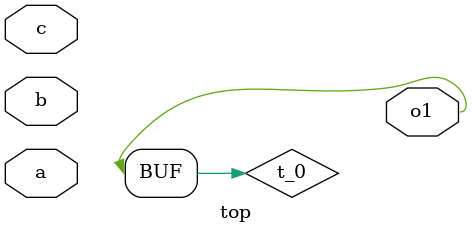
<source format=v>
module top(a, b, c, o1);
input a, b, c;
output o1;
wire a, b, c, n1;
wire t_0;
and (n1, a, b, c);
buf (o1, t_0);
endmodule

</source>
